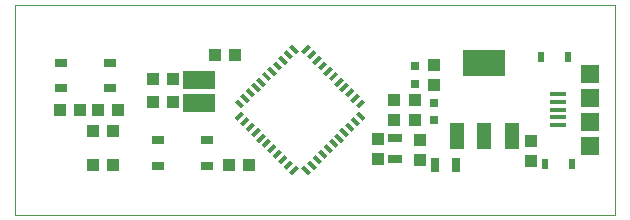
<source format=gtp>
G75*
%MOIN*%
%OFA0B0*%
%FSLAX25Y25*%
%IPPOS*%
%LPD*%
%AMOC8*
5,1,8,0,0,1.08239X$1,22.5*
%
%ADD10C,0.00000*%
%ADD11R,0.03937X0.04331*%
%ADD12R,0.04331X0.03937*%
%ADD13R,0.03150X0.03150*%
%ADD14R,0.03150X0.04724*%
%ADD15R,0.03150X0.01378*%
%ADD16R,0.04724X0.03150*%
%ADD17R,0.02480X0.03268*%
%ADD18R,0.04800X0.08800*%
%ADD19R,0.14173X0.08661*%
%ADD20R,0.05315X0.01575*%
%ADD21R,0.06102X0.05906*%
%ADD22R,0.04134X0.02559*%
%ADD23R,0.10630X0.05906*%
D10*
X0027595Y0218000D02*
X0027595Y0288000D01*
X0227595Y0288000D01*
X0227595Y0218000D01*
X0027595Y0218000D01*
D11*
X0148595Y0236454D03*
X0148595Y0243146D03*
X0153895Y0249454D03*
X0160995Y0249554D03*
X0160995Y0256246D03*
X0153895Y0256146D03*
X0167295Y0261154D03*
X0167295Y0267846D03*
X0162595Y0243046D03*
X0162595Y0236354D03*
X0199495Y0235754D03*
X0199495Y0242446D03*
D12*
X0105658Y0234666D03*
X0098965Y0234666D03*
X0080242Y0255500D03*
X0073549Y0255500D03*
X0073649Y0263100D03*
X0080342Y0263100D03*
X0094149Y0271300D03*
X0100842Y0271300D03*
X0061942Y0253000D03*
X0055249Y0253000D03*
X0049142Y0253000D03*
X0042449Y0253000D03*
X0053449Y0245800D03*
X0060142Y0245800D03*
X0060142Y0234700D03*
X0053449Y0234700D03*
D13*
X0160995Y0261547D03*
X0160995Y0267453D03*
X0167295Y0255353D03*
X0167295Y0249447D03*
D14*
X0167452Y0234500D03*
X0174538Y0234500D03*
D15*
G36*
X0142152Y0252512D02*
X0144378Y0250286D01*
X0143404Y0249312D01*
X0141178Y0251538D01*
X0142152Y0252512D01*
G37*
G36*
X0144378Y0255714D02*
X0142152Y0253488D01*
X0141178Y0254462D01*
X0143404Y0256688D01*
X0144378Y0255714D01*
G37*
G36*
X0142569Y0257523D02*
X0140343Y0255297D01*
X0139369Y0256271D01*
X0141595Y0258497D01*
X0142569Y0257523D01*
G37*
G36*
X0140759Y0259333D02*
X0138533Y0257107D01*
X0137559Y0258081D01*
X0139785Y0260307D01*
X0140759Y0259333D01*
G37*
G36*
X0138950Y0261142D02*
X0136724Y0258916D01*
X0135750Y0259890D01*
X0137976Y0262116D01*
X0138950Y0261142D01*
G37*
G36*
X0137140Y0262952D02*
X0134914Y0260726D01*
X0133940Y0261700D01*
X0136166Y0263926D01*
X0137140Y0262952D01*
G37*
G36*
X0135331Y0264762D02*
X0133105Y0262536D01*
X0132131Y0263510D01*
X0134357Y0265736D01*
X0135331Y0264762D01*
G37*
G36*
X0130321Y0265319D02*
X0132547Y0267545D01*
X0133521Y0266571D01*
X0131295Y0264345D01*
X0130321Y0265319D01*
G37*
G36*
X0128512Y0267129D02*
X0130738Y0269355D01*
X0131712Y0268381D01*
X0129486Y0266155D01*
X0128512Y0267129D01*
G37*
G36*
X0126702Y0268938D02*
X0128928Y0271164D01*
X0129902Y0270190D01*
X0127676Y0267964D01*
X0126702Y0268938D01*
G37*
G36*
X0124893Y0270748D02*
X0127119Y0272974D01*
X0128093Y0272000D01*
X0125867Y0269774D01*
X0124893Y0270748D01*
G37*
G36*
X0123083Y0272557D02*
X0125309Y0274783D01*
X0126283Y0273809D01*
X0124057Y0271583D01*
X0123083Y0272557D01*
G37*
G36*
X0119881Y0274783D02*
X0122107Y0272557D01*
X0121133Y0271583D01*
X0118907Y0273809D01*
X0119881Y0274783D01*
G37*
G36*
X0118072Y0272974D02*
X0120298Y0270748D01*
X0119324Y0269774D01*
X0117098Y0272000D01*
X0118072Y0272974D01*
G37*
G36*
X0116262Y0271164D02*
X0118488Y0268938D01*
X0117514Y0267964D01*
X0115288Y0270190D01*
X0116262Y0271164D01*
G37*
G36*
X0114453Y0269355D02*
X0116679Y0267129D01*
X0115705Y0266155D01*
X0113479Y0268381D01*
X0114453Y0269355D01*
G37*
G36*
X0112643Y0267545D02*
X0114869Y0265319D01*
X0113895Y0264345D01*
X0111669Y0266571D01*
X0112643Y0267545D01*
G37*
G36*
X0110834Y0265736D02*
X0113060Y0263510D01*
X0112086Y0262536D01*
X0109860Y0264762D01*
X0110834Y0265736D01*
G37*
G36*
X0110276Y0260726D02*
X0108050Y0262952D01*
X0109024Y0263926D01*
X0111250Y0261700D01*
X0110276Y0260726D01*
G37*
G36*
X0108467Y0258916D02*
X0106241Y0261142D01*
X0107215Y0262116D01*
X0109441Y0259890D01*
X0108467Y0258916D01*
G37*
G36*
X0106657Y0257107D02*
X0104431Y0259333D01*
X0105405Y0260307D01*
X0107631Y0258081D01*
X0106657Y0257107D01*
G37*
G36*
X0104847Y0255297D02*
X0102621Y0257523D01*
X0103595Y0258497D01*
X0105821Y0256271D01*
X0104847Y0255297D01*
G37*
G36*
X0103038Y0253488D02*
X0100812Y0255714D01*
X0101786Y0256688D01*
X0104012Y0254462D01*
X0103038Y0253488D01*
G37*
G36*
X0100812Y0250286D02*
X0103038Y0252512D01*
X0104012Y0251538D01*
X0101786Y0249312D01*
X0100812Y0250286D01*
G37*
G36*
X0102621Y0248477D02*
X0104847Y0250703D01*
X0105821Y0249729D01*
X0103595Y0247503D01*
X0102621Y0248477D01*
G37*
G36*
X0104431Y0246667D02*
X0106657Y0248893D01*
X0107631Y0247919D01*
X0105405Y0245693D01*
X0104431Y0246667D01*
G37*
G36*
X0106241Y0244858D02*
X0108467Y0247084D01*
X0109441Y0246110D01*
X0107215Y0243884D01*
X0106241Y0244858D01*
G37*
G36*
X0108050Y0243048D02*
X0110276Y0245274D01*
X0111250Y0244300D01*
X0109024Y0242074D01*
X0108050Y0243048D01*
G37*
G36*
X0109860Y0241238D02*
X0112086Y0243464D01*
X0113060Y0242490D01*
X0110834Y0240264D01*
X0109860Y0241238D01*
G37*
G36*
X0114869Y0240681D02*
X0112643Y0238455D01*
X0111669Y0239429D01*
X0113895Y0241655D01*
X0114869Y0240681D01*
G37*
G36*
X0116679Y0238871D02*
X0114453Y0236645D01*
X0113479Y0237619D01*
X0115705Y0239845D01*
X0116679Y0238871D01*
G37*
G36*
X0118488Y0237062D02*
X0116262Y0234836D01*
X0115288Y0235810D01*
X0117514Y0238036D01*
X0118488Y0237062D01*
G37*
G36*
X0120298Y0235252D02*
X0118072Y0233026D01*
X0117098Y0234000D01*
X0119324Y0236226D01*
X0120298Y0235252D01*
G37*
G36*
X0122107Y0233443D02*
X0119881Y0231217D01*
X0118907Y0232191D01*
X0121133Y0234417D01*
X0122107Y0233443D01*
G37*
G36*
X0125309Y0231217D02*
X0123083Y0233443D01*
X0124057Y0234417D01*
X0126283Y0232191D01*
X0125309Y0231217D01*
G37*
G36*
X0127119Y0233026D02*
X0124893Y0235252D01*
X0125867Y0236226D01*
X0128093Y0234000D01*
X0127119Y0233026D01*
G37*
G36*
X0128928Y0234836D02*
X0126702Y0237062D01*
X0127676Y0238036D01*
X0129902Y0235810D01*
X0128928Y0234836D01*
G37*
G36*
X0130738Y0236645D02*
X0128512Y0238871D01*
X0129486Y0239845D01*
X0131712Y0237619D01*
X0130738Y0236645D01*
G37*
G36*
X0132547Y0238455D02*
X0130321Y0240681D01*
X0131295Y0241655D01*
X0133521Y0239429D01*
X0132547Y0238455D01*
G37*
G36*
X0134357Y0240264D02*
X0132131Y0242490D01*
X0133105Y0243464D01*
X0135331Y0241238D01*
X0134357Y0240264D01*
G37*
G36*
X0134914Y0245274D02*
X0137140Y0243048D01*
X0136166Y0242074D01*
X0133940Y0244300D01*
X0134914Y0245274D01*
G37*
G36*
X0136724Y0247084D02*
X0138950Y0244858D01*
X0137976Y0243884D01*
X0135750Y0246110D01*
X0136724Y0247084D01*
G37*
G36*
X0138533Y0248893D02*
X0140759Y0246667D01*
X0139785Y0245693D01*
X0137559Y0247919D01*
X0138533Y0248893D01*
G37*
G36*
X0140343Y0250703D02*
X0142569Y0248477D01*
X0141595Y0247503D01*
X0139369Y0249729D01*
X0140343Y0250703D01*
G37*
D16*
X0154295Y0243543D03*
X0154295Y0236457D03*
D17*
X0204268Y0235000D03*
X0213323Y0235000D03*
X0211923Y0270600D03*
X0202868Y0270600D03*
D18*
X0193162Y0244146D03*
X0184062Y0244146D03*
X0174962Y0244146D03*
D19*
X0184062Y0268547D03*
D20*
X0208468Y0258107D03*
X0208468Y0255548D03*
X0208468Y0252989D03*
X0208468Y0250430D03*
X0208468Y0247871D03*
D21*
X0219098Y0249052D03*
X0219098Y0256926D03*
X0219098Y0264997D03*
X0219098Y0240981D03*
D22*
X0091464Y0242832D03*
X0091464Y0234368D03*
X0075126Y0234368D03*
X0075126Y0242832D03*
X0059364Y0260268D03*
X0059364Y0268732D03*
X0043026Y0268732D03*
X0043026Y0260268D03*
D23*
X0088995Y0262840D03*
X0088995Y0255360D03*
M02*

</source>
